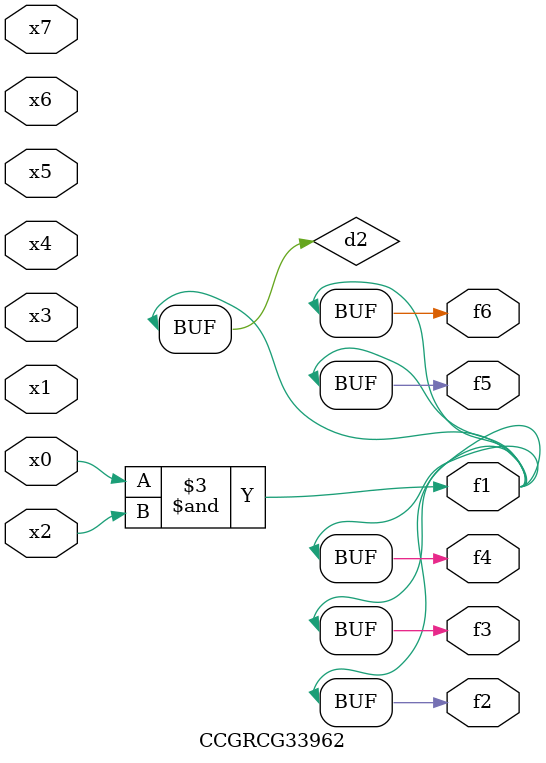
<source format=v>
module CCGRCG33962(
	input x0, x1, x2, x3, x4, x5, x6, x7,
	output f1, f2, f3, f4, f5, f6
);

	wire d1, d2;

	nor (d1, x3, x6);
	and (d2, x0, x2);
	assign f1 = d2;
	assign f2 = d2;
	assign f3 = d2;
	assign f4 = d2;
	assign f5 = d2;
	assign f6 = d2;
endmodule

</source>
